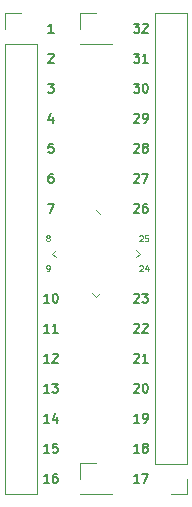
<source format=gbr>
G04 #@! TF.GenerationSoftware,KiCad,Pcbnew,(5.0.0-3-g5ebb6b6)*
G04 #@! TF.CreationDate,2019-01-26T00:41:44+00:00*
G04 #@! TF.ProjectId,QFN32,51464E33322E6B696361645F70636200,rev?*
G04 #@! TF.SameCoordinates,Original*
G04 #@! TF.FileFunction,Legend,Top*
G04 #@! TF.FilePolarity,Positive*
%FSLAX46Y46*%
G04 Gerber Fmt 4.6, Leading zero omitted, Abs format (unit mm)*
G04 Created by KiCad (PCBNEW (5.0.0-3-g5ebb6b6)) date Saturday, 26 January 2019 at 00:41:44*
%MOMM*%
%LPD*%
G01*
G04 APERTURE LIST*
%ADD10C,0.150000*%
%ADD11C,0.125000*%
%ADD12C,0.120000*%
G04 APERTURE END LIST*
D10*
X139092857Y-75789285D02*
X139557142Y-75789285D01*
X139307142Y-76075000D01*
X139414285Y-76075000D01*
X139485714Y-76110714D01*
X139521428Y-76146428D01*
X139557142Y-76217857D01*
X139557142Y-76396428D01*
X139521428Y-76467857D01*
X139485714Y-76503571D01*
X139414285Y-76539285D01*
X139200000Y-76539285D01*
X139128571Y-76503571D01*
X139092857Y-76467857D01*
X139842857Y-75860714D02*
X139878571Y-75825000D01*
X139950000Y-75789285D01*
X140128571Y-75789285D01*
X140200000Y-75825000D01*
X140235714Y-75860714D01*
X140271428Y-75932142D01*
X140271428Y-76003571D01*
X140235714Y-76110714D01*
X139807142Y-76539285D01*
X140271428Y-76539285D01*
X139092857Y-78329285D02*
X139557142Y-78329285D01*
X139307142Y-78615000D01*
X139414285Y-78615000D01*
X139485714Y-78650714D01*
X139521428Y-78686428D01*
X139557142Y-78757857D01*
X139557142Y-78936428D01*
X139521428Y-79007857D01*
X139485714Y-79043571D01*
X139414285Y-79079285D01*
X139200000Y-79079285D01*
X139128571Y-79043571D01*
X139092857Y-79007857D01*
X140271428Y-79079285D02*
X139842857Y-79079285D01*
X140057142Y-79079285D02*
X140057142Y-78329285D01*
X139985714Y-78436428D01*
X139914285Y-78507857D01*
X139842857Y-78543571D01*
X139092857Y-80869285D02*
X139557142Y-80869285D01*
X139307142Y-81155000D01*
X139414285Y-81155000D01*
X139485714Y-81190714D01*
X139521428Y-81226428D01*
X139557142Y-81297857D01*
X139557142Y-81476428D01*
X139521428Y-81547857D01*
X139485714Y-81583571D01*
X139414285Y-81619285D01*
X139200000Y-81619285D01*
X139128571Y-81583571D01*
X139092857Y-81547857D01*
X140021428Y-80869285D02*
X140092857Y-80869285D01*
X140164285Y-80905000D01*
X140200000Y-80940714D01*
X140235714Y-81012142D01*
X140271428Y-81155000D01*
X140271428Y-81333571D01*
X140235714Y-81476428D01*
X140200000Y-81547857D01*
X140164285Y-81583571D01*
X140092857Y-81619285D01*
X140021428Y-81619285D01*
X139950000Y-81583571D01*
X139914285Y-81547857D01*
X139878571Y-81476428D01*
X139842857Y-81333571D01*
X139842857Y-81155000D01*
X139878571Y-81012142D01*
X139914285Y-80940714D01*
X139950000Y-80905000D01*
X140021428Y-80869285D01*
X139128571Y-83480714D02*
X139164285Y-83445000D01*
X139235714Y-83409285D01*
X139414285Y-83409285D01*
X139485714Y-83445000D01*
X139521428Y-83480714D01*
X139557142Y-83552142D01*
X139557142Y-83623571D01*
X139521428Y-83730714D01*
X139092857Y-84159285D01*
X139557142Y-84159285D01*
X139914285Y-84159285D02*
X140057142Y-84159285D01*
X140128571Y-84123571D01*
X140164285Y-84087857D01*
X140235714Y-83980714D01*
X140271428Y-83837857D01*
X140271428Y-83552142D01*
X140235714Y-83480714D01*
X140200000Y-83445000D01*
X140128571Y-83409285D01*
X139985714Y-83409285D01*
X139914285Y-83445000D01*
X139878571Y-83480714D01*
X139842857Y-83552142D01*
X139842857Y-83730714D01*
X139878571Y-83802142D01*
X139914285Y-83837857D01*
X139985714Y-83873571D01*
X140128571Y-83873571D01*
X140200000Y-83837857D01*
X140235714Y-83802142D01*
X140271428Y-83730714D01*
X139128571Y-86020714D02*
X139164285Y-85985000D01*
X139235714Y-85949285D01*
X139414285Y-85949285D01*
X139485714Y-85985000D01*
X139521428Y-86020714D01*
X139557142Y-86092142D01*
X139557142Y-86163571D01*
X139521428Y-86270714D01*
X139092857Y-86699285D01*
X139557142Y-86699285D01*
X139985714Y-86270714D02*
X139914285Y-86235000D01*
X139878571Y-86199285D01*
X139842857Y-86127857D01*
X139842857Y-86092142D01*
X139878571Y-86020714D01*
X139914285Y-85985000D01*
X139985714Y-85949285D01*
X140128571Y-85949285D01*
X140200000Y-85985000D01*
X140235714Y-86020714D01*
X140271428Y-86092142D01*
X140271428Y-86127857D01*
X140235714Y-86199285D01*
X140200000Y-86235000D01*
X140128571Y-86270714D01*
X139985714Y-86270714D01*
X139914285Y-86306428D01*
X139878571Y-86342142D01*
X139842857Y-86413571D01*
X139842857Y-86556428D01*
X139878571Y-86627857D01*
X139914285Y-86663571D01*
X139985714Y-86699285D01*
X140128571Y-86699285D01*
X140200000Y-86663571D01*
X140235714Y-86627857D01*
X140271428Y-86556428D01*
X140271428Y-86413571D01*
X140235714Y-86342142D01*
X140200000Y-86306428D01*
X140128571Y-86270714D01*
X139128571Y-88560714D02*
X139164285Y-88525000D01*
X139235714Y-88489285D01*
X139414285Y-88489285D01*
X139485714Y-88525000D01*
X139521428Y-88560714D01*
X139557142Y-88632142D01*
X139557142Y-88703571D01*
X139521428Y-88810714D01*
X139092857Y-89239285D01*
X139557142Y-89239285D01*
X139807142Y-88489285D02*
X140307142Y-88489285D01*
X139985714Y-89239285D01*
X139128571Y-91100714D02*
X139164285Y-91065000D01*
X139235714Y-91029285D01*
X139414285Y-91029285D01*
X139485714Y-91065000D01*
X139521428Y-91100714D01*
X139557142Y-91172142D01*
X139557142Y-91243571D01*
X139521428Y-91350714D01*
X139092857Y-91779285D01*
X139557142Y-91779285D01*
X140200000Y-91029285D02*
X140057142Y-91029285D01*
X139985714Y-91065000D01*
X139950000Y-91100714D01*
X139878571Y-91207857D01*
X139842857Y-91350714D01*
X139842857Y-91636428D01*
X139878571Y-91707857D01*
X139914285Y-91743571D01*
X139985714Y-91779285D01*
X140128571Y-91779285D01*
X140200000Y-91743571D01*
X140235714Y-91707857D01*
X140271428Y-91636428D01*
X140271428Y-91457857D01*
X140235714Y-91386428D01*
X140200000Y-91350714D01*
X140128571Y-91315000D01*
X139985714Y-91315000D01*
X139914285Y-91350714D01*
X139878571Y-91386428D01*
X139842857Y-91457857D01*
D11*
X139573047Y-93753809D02*
X139596857Y-93730000D01*
X139644476Y-93706190D01*
X139763523Y-93706190D01*
X139811142Y-93730000D01*
X139834952Y-93753809D01*
X139858761Y-93801428D01*
X139858761Y-93849047D01*
X139834952Y-93920476D01*
X139549238Y-94206190D01*
X139858761Y-94206190D01*
X140311142Y-93706190D02*
X140073047Y-93706190D01*
X140049238Y-93944285D01*
X140073047Y-93920476D01*
X140120666Y-93896666D01*
X140239714Y-93896666D01*
X140287333Y-93920476D01*
X140311142Y-93944285D01*
X140334952Y-93991904D01*
X140334952Y-94110952D01*
X140311142Y-94158571D01*
X140287333Y-94182380D01*
X140239714Y-94206190D01*
X140120666Y-94206190D01*
X140073047Y-94182380D01*
X140049238Y-94158571D01*
X139573047Y-96293809D02*
X139596857Y-96270000D01*
X139644476Y-96246190D01*
X139763523Y-96246190D01*
X139811142Y-96270000D01*
X139834952Y-96293809D01*
X139858761Y-96341428D01*
X139858761Y-96389047D01*
X139834952Y-96460476D01*
X139549238Y-96746190D01*
X139858761Y-96746190D01*
X140287333Y-96412857D02*
X140287333Y-96746190D01*
X140168285Y-96222380D02*
X140049238Y-96579523D01*
X140358761Y-96579523D01*
D10*
X139128571Y-98720714D02*
X139164285Y-98685000D01*
X139235714Y-98649285D01*
X139414285Y-98649285D01*
X139485714Y-98685000D01*
X139521428Y-98720714D01*
X139557142Y-98792142D01*
X139557142Y-98863571D01*
X139521428Y-98970714D01*
X139092857Y-99399285D01*
X139557142Y-99399285D01*
X139807142Y-98649285D02*
X140271428Y-98649285D01*
X140021428Y-98935000D01*
X140128571Y-98935000D01*
X140200000Y-98970714D01*
X140235714Y-99006428D01*
X140271428Y-99077857D01*
X140271428Y-99256428D01*
X140235714Y-99327857D01*
X140200000Y-99363571D01*
X140128571Y-99399285D01*
X139914285Y-99399285D01*
X139842857Y-99363571D01*
X139807142Y-99327857D01*
X139128571Y-101260714D02*
X139164285Y-101225000D01*
X139235714Y-101189285D01*
X139414285Y-101189285D01*
X139485714Y-101225000D01*
X139521428Y-101260714D01*
X139557142Y-101332142D01*
X139557142Y-101403571D01*
X139521428Y-101510714D01*
X139092857Y-101939285D01*
X139557142Y-101939285D01*
X139842857Y-101260714D02*
X139878571Y-101225000D01*
X139950000Y-101189285D01*
X140128571Y-101189285D01*
X140200000Y-101225000D01*
X140235714Y-101260714D01*
X140271428Y-101332142D01*
X140271428Y-101403571D01*
X140235714Y-101510714D01*
X139807142Y-101939285D01*
X140271428Y-101939285D01*
X139128571Y-103800714D02*
X139164285Y-103765000D01*
X139235714Y-103729285D01*
X139414285Y-103729285D01*
X139485714Y-103765000D01*
X139521428Y-103800714D01*
X139557142Y-103872142D01*
X139557142Y-103943571D01*
X139521428Y-104050714D01*
X139092857Y-104479285D01*
X139557142Y-104479285D01*
X140271428Y-104479285D02*
X139842857Y-104479285D01*
X140057142Y-104479285D02*
X140057142Y-103729285D01*
X139985714Y-103836428D01*
X139914285Y-103907857D01*
X139842857Y-103943571D01*
X139128571Y-106340714D02*
X139164285Y-106305000D01*
X139235714Y-106269285D01*
X139414285Y-106269285D01*
X139485714Y-106305000D01*
X139521428Y-106340714D01*
X139557142Y-106412142D01*
X139557142Y-106483571D01*
X139521428Y-106590714D01*
X139092857Y-107019285D01*
X139557142Y-107019285D01*
X140021428Y-106269285D02*
X140092857Y-106269285D01*
X140164285Y-106305000D01*
X140200000Y-106340714D01*
X140235714Y-106412142D01*
X140271428Y-106555000D01*
X140271428Y-106733571D01*
X140235714Y-106876428D01*
X140200000Y-106947857D01*
X140164285Y-106983571D01*
X140092857Y-107019285D01*
X140021428Y-107019285D01*
X139950000Y-106983571D01*
X139914285Y-106947857D01*
X139878571Y-106876428D01*
X139842857Y-106733571D01*
X139842857Y-106555000D01*
X139878571Y-106412142D01*
X139914285Y-106340714D01*
X139950000Y-106305000D01*
X140021428Y-106269285D01*
X139557142Y-109559285D02*
X139128571Y-109559285D01*
X139342857Y-109559285D02*
X139342857Y-108809285D01*
X139271428Y-108916428D01*
X139200000Y-108987857D01*
X139128571Y-109023571D01*
X139914285Y-109559285D02*
X140057142Y-109559285D01*
X140128571Y-109523571D01*
X140164285Y-109487857D01*
X140235714Y-109380714D01*
X140271428Y-109237857D01*
X140271428Y-108952142D01*
X140235714Y-108880714D01*
X140200000Y-108845000D01*
X140128571Y-108809285D01*
X139985714Y-108809285D01*
X139914285Y-108845000D01*
X139878571Y-108880714D01*
X139842857Y-108952142D01*
X139842857Y-109130714D01*
X139878571Y-109202142D01*
X139914285Y-109237857D01*
X139985714Y-109273571D01*
X140128571Y-109273571D01*
X140200000Y-109237857D01*
X140235714Y-109202142D01*
X140271428Y-109130714D01*
X139557142Y-112099285D02*
X139128571Y-112099285D01*
X139342857Y-112099285D02*
X139342857Y-111349285D01*
X139271428Y-111456428D01*
X139200000Y-111527857D01*
X139128571Y-111563571D01*
X139985714Y-111670714D02*
X139914285Y-111635000D01*
X139878571Y-111599285D01*
X139842857Y-111527857D01*
X139842857Y-111492142D01*
X139878571Y-111420714D01*
X139914285Y-111385000D01*
X139985714Y-111349285D01*
X140128571Y-111349285D01*
X140200000Y-111385000D01*
X140235714Y-111420714D01*
X140271428Y-111492142D01*
X140271428Y-111527857D01*
X140235714Y-111599285D01*
X140200000Y-111635000D01*
X140128571Y-111670714D01*
X139985714Y-111670714D01*
X139914285Y-111706428D01*
X139878571Y-111742142D01*
X139842857Y-111813571D01*
X139842857Y-111956428D01*
X139878571Y-112027857D01*
X139914285Y-112063571D01*
X139985714Y-112099285D01*
X140128571Y-112099285D01*
X140200000Y-112063571D01*
X140235714Y-112027857D01*
X140271428Y-111956428D01*
X140271428Y-111813571D01*
X140235714Y-111742142D01*
X140200000Y-111706428D01*
X140128571Y-111670714D01*
X139557142Y-114639285D02*
X139128571Y-114639285D01*
X139342857Y-114639285D02*
X139342857Y-113889285D01*
X139271428Y-113996428D01*
X139200000Y-114067857D01*
X139128571Y-114103571D01*
X139807142Y-113889285D02*
X140307142Y-113889285D01*
X139985714Y-114639285D01*
X131937142Y-114639285D02*
X131508571Y-114639285D01*
X131722857Y-114639285D02*
X131722857Y-113889285D01*
X131651428Y-113996428D01*
X131580000Y-114067857D01*
X131508571Y-114103571D01*
X132580000Y-113889285D02*
X132437142Y-113889285D01*
X132365714Y-113925000D01*
X132330000Y-113960714D01*
X132258571Y-114067857D01*
X132222857Y-114210714D01*
X132222857Y-114496428D01*
X132258571Y-114567857D01*
X132294285Y-114603571D01*
X132365714Y-114639285D01*
X132508571Y-114639285D01*
X132580000Y-114603571D01*
X132615714Y-114567857D01*
X132651428Y-114496428D01*
X132651428Y-114317857D01*
X132615714Y-114246428D01*
X132580000Y-114210714D01*
X132508571Y-114175000D01*
X132365714Y-114175000D01*
X132294285Y-114210714D01*
X132258571Y-114246428D01*
X132222857Y-114317857D01*
X131937142Y-112099285D02*
X131508571Y-112099285D01*
X131722857Y-112099285D02*
X131722857Y-111349285D01*
X131651428Y-111456428D01*
X131580000Y-111527857D01*
X131508571Y-111563571D01*
X132615714Y-111349285D02*
X132258571Y-111349285D01*
X132222857Y-111706428D01*
X132258571Y-111670714D01*
X132330000Y-111635000D01*
X132508571Y-111635000D01*
X132580000Y-111670714D01*
X132615714Y-111706428D01*
X132651428Y-111777857D01*
X132651428Y-111956428D01*
X132615714Y-112027857D01*
X132580000Y-112063571D01*
X132508571Y-112099285D01*
X132330000Y-112099285D01*
X132258571Y-112063571D01*
X132222857Y-112027857D01*
X131937142Y-109559285D02*
X131508571Y-109559285D01*
X131722857Y-109559285D02*
X131722857Y-108809285D01*
X131651428Y-108916428D01*
X131580000Y-108987857D01*
X131508571Y-109023571D01*
X132580000Y-109059285D02*
X132580000Y-109559285D01*
X132401428Y-108773571D02*
X132222857Y-109309285D01*
X132687142Y-109309285D01*
X131937142Y-107019285D02*
X131508571Y-107019285D01*
X131722857Y-107019285D02*
X131722857Y-106269285D01*
X131651428Y-106376428D01*
X131580000Y-106447857D01*
X131508571Y-106483571D01*
X132187142Y-106269285D02*
X132651428Y-106269285D01*
X132401428Y-106555000D01*
X132508571Y-106555000D01*
X132580000Y-106590714D01*
X132615714Y-106626428D01*
X132651428Y-106697857D01*
X132651428Y-106876428D01*
X132615714Y-106947857D01*
X132580000Y-106983571D01*
X132508571Y-107019285D01*
X132294285Y-107019285D01*
X132222857Y-106983571D01*
X132187142Y-106947857D01*
X131937142Y-104479285D02*
X131508571Y-104479285D01*
X131722857Y-104479285D02*
X131722857Y-103729285D01*
X131651428Y-103836428D01*
X131580000Y-103907857D01*
X131508571Y-103943571D01*
X132222857Y-103800714D02*
X132258571Y-103765000D01*
X132330000Y-103729285D01*
X132508571Y-103729285D01*
X132580000Y-103765000D01*
X132615714Y-103800714D01*
X132651428Y-103872142D01*
X132651428Y-103943571D01*
X132615714Y-104050714D01*
X132187142Y-104479285D01*
X132651428Y-104479285D01*
X131937142Y-101939285D02*
X131508571Y-101939285D01*
X131722857Y-101939285D02*
X131722857Y-101189285D01*
X131651428Y-101296428D01*
X131580000Y-101367857D01*
X131508571Y-101403571D01*
X132651428Y-101939285D02*
X132222857Y-101939285D01*
X132437142Y-101939285D02*
X132437142Y-101189285D01*
X132365714Y-101296428D01*
X132294285Y-101367857D01*
X132222857Y-101403571D01*
X131937142Y-99399285D02*
X131508571Y-99399285D01*
X131722857Y-99399285D02*
X131722857Y-98649285D01*
X131651428Y-98756428D01*
X131580000Y-98827857D01*
X131508571Y-98863571D01*
X132401428Y-98649285D02*
X132472857Y-98649285D01*
X132544285Y-98685000D01*
X132580000Y-98720714D01*
X132615714Y-98792142D01*
X132651428Y-98935000D01*
X132651428Y-99113571D01*
X132615714Y-99256428D01*
X132580000Y-99327857D01*
X132544285Y-99363571D01*
X132472857Y-99399285D01*
X132401428Y-99399285D01*
X132330000Y-99363571D01*
X132294285Y-99327857D01*
X132258571Y-99256428D01*
X132222857Y-99113571D01*
X132222857Y-98935000D01*
X132258571Y-98792142D01*
X132294285Y-98720714D01*
X132330000Y-98685000D01*
X132401428Y-98649285D01*
D11*
X131730761Y-96746190D02*
X131826000Y-96746190D01*
X131873619Y-96722380D01*
X131897428Y-96698571D01*
X131945047Y-96627142D01*
X131968857Y-96531904D01*
X131968857Y-96341428D01*
X131945047Y-96293809D01*
X131921238Y-96270000D01*
X131873619Y-96246190D01*
X131778380Y-96246190D01*
X131730761Y-96270000D01*
X131706952Y-96293809D01*
X131683142Y-96341428D01*
X131683142Y-96460476D01*
X131706952Y-96508095D01*
X131730761Y-96531904D01*
X131778380Y-96555714D01*
X131873619Y-96555714D01*
X131921238Y-96531904D01*
X131945047Y-96508095D01*
X131968857Y-96460476D01*
X131778380Y-93920476D02*
X131730761Y-93896666D01*
X131706952Y-93872857D01*
X131683142Y-93825238D01*
X131683142Y-93801428D01*
X131706952Y-93753809D01*
X131730761Y-93730000D01*
X131778380Y-93706190D01*
X131873619Y-93706190D01*
X131921238Y-93730000D01*
X131945047Y-93753809D01*
X131968857Y-93801428D01*
X131968857Y-93825238D01*
X131945047Y-93872857D01*
X131921238Y-93896666D01*
X131873619Y-93920476D01*
X131778380Y-93920476D01*
X131730761Y-93944285D01*
X131706952Y-93968095D01*
X131683142Y-94015714D01*
X131683142Y-94110952D01*
X131706952Y-94158571D01*
X131730761Y-94182380D01*
X131778380Y-94206190D01*
X131873619Y-94206190D01*
X131921238Y-94182380D01*
X131945047Y-94158571D01*
X131968857Y-94110952D01*
X131968857Y-94015714D01*
X131945047Y-93968095D01*
X131921238Y-93944285D01*
X131873619Y-93920476D01*
D10*
X131830000Y-91029285D02*
X132330000Y-91029285D01*
X132008571Y-91779285D01*
X132222857Y-88489285D02*
X132080000Y-88489285D01*
X132008571Y-88525000D01*
X131972857Y-88560714D01*
X131901428Y-88667857D01*
X131865714Y-88810714D01*
X131865714Y-89096428D01*
X131901428Y-89167857D01*
X131937142Y-89203571D01*
X132008571Y-89239285D01*
X132151428Y-89239285D01*
X132222857Y-89203571D01*
X132258571Y-89167857D01*
X132294285Y-89096428D01*
X132294285Y-88917857D01*
X132258571Y-88846428D01*
X132222857Y-88810714D01*
X132151428Y-88775000D01*
X132008571Y-88775000D01*
X131937142Y-88810714D01*
X131901428Y-88846428D01*
X131865714Y-88917857D01*
X132258571Y-85949285D02*
X131901428Y-85949285D01*
X131865714Y-86306428D01*
X131901428Y-86270714D01*
X131972857Y-86235000D01*
X132151428Y-86235000D01*
X132222857Y-86270714D01*
X132258571Y-86306428D01*
X132294285Y-86377857D01*
X132294285Y-86556428D01*
X132258571Y-86627857D01*
X132222857Y-86663571D01*
X132151428Y-86699285D01*
X131972857Y-86699285D01*
X131901428Y-86663571D01*
X131865714Y-86627857D01*
X132222857Y-83659285D02*
X132222857Y-84159285D01*
X132044285Y-83373571D02*
X131865714Y-83909285D01*
X132330000Y-83909285D01*
X131830000Y-80869285D02*
X132294285Y-80869285D01*
X132044285Y-81155000D01*
X132151428Y-81155000D01*
X132222857Y-81190714D01*
X132258571Y-81226428D01*
X132294285Y-81297857D01*
X132294285Y-81476428D01*
X132258571Y-81547857D01*
X132222857Y-81583571D01*
X132151428Y-81619285D01*
X131937142Y-81619285D01*
X131865714Y-81583571D01*
X131830000Y-81547857D01*
X131865714Y-78400714D02*
X131901428Y-78365000D01*
X131972857Y-78329285D01*
X132151428Y-78329285D01*
X132222857Y-78365000D01*
X132258571Y-78400714D01*
X132294285Y-78472142D01*
X132294285Y-78543571D01*
X132258571Y-78650714D01*
X131830000Y-79079285D01*
X132294285Y-79079285D01*
X132294285Y-76539285D02*
X131865714Y-76539285D01*
X132080000Y-76539285D02*
X132080000Y-75789285D01*
X132008571Y-75896428D01*
X131937142Y-75967857D01*
X131865714Y-76003571D01*
D12*
G04 #@! TO.C,J1*
X134560000Y-112970000D02*
X135890000Y-112970000D01*
X134560000Y-114300000D02*
X134560000Y-112970000D01*
X134560000Y-115570000D02*
X137220000Y-115570000D01*
X137220000Y-115570000D02*
X137220000Y-115630000D01*
X134560000Y-115570000D02*
X134560000Y-115630000D01*
X134560000Y-115630000D02*
X137220000Y-115630000D01*
G04 #@! TO.C,J2*
X134560000Y-77530000D02*
X137220000Y-77530000D01*
X134560000Y-77470000D02*
X134560000Y-77530000D01*
X137220000Y-77470000D02*
X137220000Y-77530000D01*
X134560000Y-77470000D02*
X137220000Y-77470000D01*
X134560000Y-76200000D02*
X134560000Y-74870000D01*
X134560000Y-74870000D02*
X135890000Y-74870000D01*
G04 #@! TO.C,J3*
X128210000Y-115630000D02*
X130870000Y-115630000D01*
X128210000Y-77470000D02*
X128210000Y-115630000D01*
X130870000Y-77470000D02*
X130870000Y-115630000D01*
X128210000Y-77470000D02*
X130870000Y-77470000D01*
X128210000Y-76200000D02*
X128210000Y-74870000D01*
X128210000Y-74870000D02*
X129540000Y-74870000D01*
G04 #@! TO.C,J4*
X143570000Y-115630000D02*
X142240000Y-115630000D01*
X143570000Y-114300000D02*
X143570000Y-115630000D01*
X143570000Y-113030000D02*
X140910000Y-113030000D01*
X140910000Y-113030000D02*
X140910000Y-74870000D01*
X143570000Y-113030000D02*
X143570000Y-74870000D01*
X143570000Y-74870000D02*
X140910000Y-74870000D01*
G04 #@! TO.C,U1*
X139245222Y-94914124D02*
X139581097Y-95250000D01*
X139581097Y-95250000D02*
X139245222Y-95585876D01*
X132534778Y-95585876D02*
X132198903Y-95250000D01*
X132198903Y-95250000D02*
X132534778Y-94914124D01*
X135554124Y-98605222D02*
X135890000Y-98941097D01*
X135890000Y-98941097D02*
X136225876Y-98605222D01*
X136225876Y-91894778D02*
X135890000Y-91558903D01*
G04 #@! TD*
M02*

</source>
